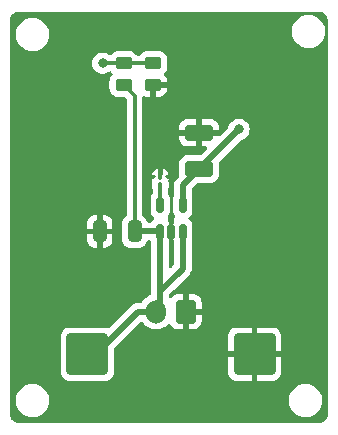
<source format=gbr>
%TF.GenerationSoftware,KiCad,Pcbnew,8.0.5*%
%TF.CreationDate,2024-10-16T14:13:12+03:00*%
%TF.ProjectId,H2Car_BatteryLevelndicator,48324361-725f-4426-9174-746572794c65,rev?*%
%TF.SameCoordinates,Original*%
%TF.FileFunction,Copper,L2,Bot*%
%TF.FilePolarity,Positive*%
%FSLAX46Y46*%
G04 Gerber Fmt 4.6, Leading zero omitted, Abs format (unit mm)*
G04 Created by KiCad (PCBNEW 8.0.5) date 2024-10-16 14:13:12*
%MOMM*%
%LPD*%
G01*
G04 APERTURE LIST*
G04 Aperture macros list*
%AMRoundRect*
0 Rectangle with rounded corners*
0 $1 Rounding radius*
0 $2 $3 $4 $5 $6 $7 $8 $9 X,Y pos of 4 corners*
0 Add a 4 corners polygon primitive as box body*
4,1,4,$2,$3,$4,$5,$6,$7,$8,$9,$2,$3,0*
0 Add four circle primitives for the rounded corners*
1,1,$1+$1,$2,$3*
1,1,$1+$1,$4,$5*
1,1,$1+$1,$6,$7*
1,1,$1+$1,$8,$9*
0 Add four rect primitives between the rounded corners*
20,1,$1+$1,$2,$3,$4,$5,0*
20,1,$1+$1,$4,$5,$6,$7,0*
20,1,$1+$1,$6,$7,$8,$9,0*
20,1,$1+$1,$8,$9,$2,$3,0*%
G04 Aperture macros list end*
%TA.AperFunction,ComponentPad*%
%ADD10RoundRect,0.250002X-1.499998X-1.499998X1.499998X-1.499998X1.499998X1.499998X-1.499998X1.499998X0*%
%TD*%
%TA.AperFunction,SMDPad,CuDef*%
%ADD11RoundRect,0.250000X0.325000X0.650000X-0.325000X0.650000X-0.325000X-0.650000X0.325000X-0.650000X0*%
%TD*%
%TA.AperFunction,SMDPad,CuDef*%
%ADD12RoundRect,0.150000X0.150000X-0.512500X0.150000X0.512500X-0.150000X0.512500X-0.150000X-0.512500X0*%
%TD*%
%TA.AperFunction,SMDPad,CuDef*%
%ADD13RoundRect,0.250000X0.925000X-0.412500X0.925000X0.412500X-0.925000X0.412500X-0.925000X-0.412500X0*%
%TD*%
%TA.AperFunction,SMDPad,CuDef*%
%ADD14RoundRect,0.250000X0.450000X-0.262500X0.450000X0.262500X-0.450000X0.262500X-0.450000X-0.262500X0*%
%TD*%
%TA.AperFunction,SMDPad,CuDef*%
%ADD15RoundRect,0.100000X0.100000X-0.130000X0.100000X0.130000X-0.100000X0.130000X-0.100000X-0.130000X0*%
%TD*%
%TA.AperFunction,ComponentPad*%
%ADD16RoundRect,0.250000X0.600000X0.750000X-0.600000X0.750000X-0.600000X-0.750000X0.600000X-0.750000X0*%
%TD*%
%TA.AperFunction,ComponentPad*%
%ADD17O,1.700000X2.000000*%
%TD*%
%TA.AperFunction,SMDPad,CuDef*%
%ADD18RoundRect,0.250000X-0.450000X0.262500X-0.450000X-0.262500X0.450000X-0.262500X0.450000X0.262500X0*%
%TD*%
%TA.AperFunction,ViaPad*%
%ADD19C,0.800000*%
%TD*%
%TA.AperFunction,Conductor*%
%ADD20C,0.500000*%
%TD*%
%TA.AperFunction,Conductor*%
%ADD21C,0.300000*%
%TD*%
G04 APERTURE END LIST*
D10*
%TO.P,J1,1,Pin_1*%
%TO.N,/+7.6VSupply*%
X80848200Y-95148400D03*
%TD*%
%TO.P,J3,1,Pin_1*%
%TO.N,GND*%
X94996000Y-95148400D03*
%TD*%
D11*
%TO.P,C1,1*%
%TO.N,/+7.6VSupply*%
X84839600Y-84759800D03*
%TO.P,C1,2*%
%TO.N,GND*%
X81889600Y-84759800D03*
%TD*%
D12*
%TO.P,U3,1,IN*%
%TO.N,/+7.6VSupply*%
X88910200Y-84785200D03*
%TO.P,U3,2,GND*%
%TO.N,GND*%
X87960200Y-84785200D03*
%TO.P,U3,3,EN*%
%TO.N,/+7.6VSupply*%
X87010200Y-84785200D03*
%TO.P,U3,4,BP*%
%TO.N,Net-(U3-BP)*%
X87010200Y-82510200D03*
%TO.P,U3,5,OUT*%
%TO.N,3.3Vcc*%
X88910200Y-82510200D03*
%TD*%
D13*
%TO.P,C3,1*%
%TO.N,3.3Vcc*%
X90297000Y-79476600D03*
%TO.P,C3,2*%
%TO.N,GND*%
X90297000Y-76401600D03*
%TD*%
D14*
%TO.P,R1,1*%
%TO.N,/+7.6VSupply*%
X83910800Y-72339200D03*
%TO.P,R1,2*%
%TO.N,/VBat*%
X83910800Y-70514200D03*
%TD*%
D15*
%TO.P,C2,1*%
%TO.N,Net-(U3-BP)*%
X87020400Y-80797800D03*
%TO.P,C2,2*%
%TO.N,GND*%
X87020400Y-80157800D03*
%TD*%
D16*
%TO.P,J2,1,Pin_1*%
%TO.N,GND*%
X89159400Y-91546000D03*
D17*
%TO.P,J2,2,Pin_2*%
%TO.N,/+7.6VSupply*%
X86659400Y-91546000D03*
%TD*%
D18*
%TO.P,R2,1*%
%TO.N,/VBat*%
X86410800Y-70514200D03*
%TO.P,R2,2*%
%TO.N,GND*%
X86410800Y-72339200D03*
%TD*%
D19*
%TO.N,GND*%
X93446600Y-73025000D03*
%TO.N,3.3Vcc*%
X93675200Y-76123800D03*
%TO.N,/VBat*%
X82143600Y-70510400D03*
%TD*%
D20*
%TO.N,3.3Vcc*%
X88910200Y-80863400D02*
X90297000Y-79476600D01*
X88910200Y-82510200D02*
X88910200Y-80863400D01*
X90322400Y-79476600D02*
X93675200Y-76123800D01*
X90297000Y-79476600D02*
X90322400Y-79476600D01*
D21*
%TO.N,Net-(U3-BP)*%
X87010200Y-82510200D02*
X87010200Y-80808000D01*
X87010200Y-80808000D02*
X87020400Y-80797800D01*
D20*
%TO.N,/+7.6VSupply*%
X85136400Y-91546000D02*
X86659400Y-91546000D01*
X81534000Y-95148400D02*
X85136400Y-91546000D01*
X88910200Y-84785200D02*
X88910200Y-87914400D01*
X86984800Y-84759800D02*
X87010200Y-84785200D01*
X80848200Y-95148400D02*
X81534000Y-95148400D01*
X87010200Y-89814400D02*
X87010200Y-91195200D01*
D21*
X84839600Y-84759800D02*
X84839600Y-73268000D01*
X84839600Y-73268000D02*
X83910800Y-72339200D01*
D20*
X84839600Y-84759800D02*
X86984800Y-84759800D01*
X87010200Y-91195200D02*
X86659400Y-91546000D01*
X88910200Y-87914400D02*
X87010200Y-89814400D01*
X87010200Y-84785200D02*
X87010200Y-89814400D01*
X87010200Y-91423800D02*
X86888000Y-91546000D01*
D21*
%TO.N,/VBat*%
X83910800Y-70514200D02*
X86410800Y-70514200D01*
X83910800Y-70514200D02*
X82147400Y-70514200D01*
X82147400Y-70514200D02*
X82143600Y-70510400D01*
%TD*%
%TA.AperFunction,Conductor*%
%TO.N,GND*%
G36*
X100373468Y-66150475D02*
G01*
X100382088Y-66150474D01*
X100382092Y-66150476D01*
X100441896Y-66150474D01*
X100454045Y-66151070D01*
X100585958Y-66164060D01*
X100609798Y-66168801D01*
X100730786Y-66205500D01*
X100753230Y-66214796D01*
X100864747Y-66274400D01*
X100884951Y-66287899D01*
X100970322Y-66357958D01*
X100982687Y-66368106D01*
X100999875Y-66385294D01*
X101080080Y-66483019D01*
X101093584Y-66503227D01*
X101102606Y-66520105D01*
X101153185Y-66614729D01*
X101162487Y-66637184D01*
X101172898Y-66671500D01*
X101196639Y-66749758D01*
X101199191Y-66758168D01*
X101203934Y-66782010D01*
X101205050Y-66793337D01*
X101216112Y-66905635D01*
X101216877Y-66913394D01*
X101217474Y-66925551D01*
X101217474Y-100120474D01*
X101217472Y-100120508D01*
X101217473Y-100187894D01*
X101216876Y-100200048D01*
X101203887Y-100331949D01*
X101199145Y-100355790D01*
X101162449Y-100476769D01*
X101153147Y-100499228D01*
X101093553Y-100610723D01*
X101080047Y-100630936D01*
X100999847Y-100728659D01*
X100982659Y-100745847D01*
X100884936Y-100826047D01*
X100864723Y-100839553D01*
X100753228Y-100899147D01*
X100730769Y-100908449D01*
X100609790Y-100945145D01*
X100585949Y-100949887D01*
X100454048Y-100962876D01*
X100441894Y-100963473D01*
X100390100Y-100963472D01*
X100382092Y-100963472D01*
X100382091Y-100963472D01*
X100373468Y-100963472D01*
X100373440Y-100963474D01*
X75054080Y-100963474D01*
X75041924Y-100962877D01*
X75006721Y-100959409D01*
X74910021Y-100949883D01*
X74886180Y-100945140D01*
X74765207Y-100908440D01*
X74742749Y-100899137D01*
X74631261Y-100839542D01*
X74611051Y-100826037D01*
X74513329Y-100745836D01*
X74496140Y-100728647D01*
X74415942Y-100630922D01*
X74402443Y-100610718D01*
X74342844Y-100499210D01*
X74333546Y-100476758D01*
X74296853Y-100355787D01*
X74292111Y-100331946D01*
X74279071Y-100199517D01*
X74278474Y-100187362D01*
X74278476Y-100128092D01*
X74278474Y-100128087D01*
X74278475Y-100120508D01*
X74278474Y-100120474D01*
X74278474Y-98949778D01*
X74799500Y-98949778D01*
X74799500Y-99170221D01*
X74833985Y-99387952D01*
X74902103Y-99597603D01*
X74902104Y-99597606D01*
X75002187Y-99794025D01*
X75131752Y-99972358D01*
X75131756Y-99972363D01*
X75287636Y-100128243D01*
X75287641Y-100128247D01*
X75385737Y-100199517D01*
X75465978Y-100257815D01*
X75594375Y-100323237D01*
X75662393Y-100357895D01*
X75662396Y-100357896D01*
X75767221Y-100391955D01*
X75872049Y-100426015D01*
X76089778Y-100460500D01*
X76089779Y-100460500D01*
X76310221Y-100460500D01*
X76310222Y-100460500D01*
X76527951Y-100426015D01*
X76737606Y-100357895D01*
X76934022Y-100257815D01*
X77112365Y-100128242D01*
X77268242Y-99972365D01*
X77397815Y-99794022D01*
X77497895Y-99597606D01*
X77566015Y-99387951D01*
X77600500Y-99170222D01*
X77600500Y-98949778D01*
X97913500Y-98949778D01*
X97913500Y-99170221D01*
X97947985Y-99387952D01*
X98016103Y-99597603D01*
X98016104Y-99597606D01*
X98116187Y-99794025D01*
X98245752Y-99972358D01*
X98245756Y-99972363D01*
X98401636Y-100128243D01*
X98401641Y-100128247D01*
X98499737Y-100199517D01*
X98579978Y-100257815D01*
X98708375Y-100323237D01*
X98776393Y-100357895D01*
X98776396Y-100357896D01*
X98881221Y-100391955D01*
X98986049Y-100426015D01*
X99203778Y-100460500D01*
X99203779Y-100460500D01*
X99424221Y-100460500D01*
X99424222Y-100460500D01*
X99641951Y-100426015D01*
X99851606Y-100357895D01*
X100048022Y-100257815D01*
X100226365Y-100128242D01*
X100382242Y-99972365D01*
X100511815Y-99794022D01*
X100611895Y-99597606D01*
X100680015Y-99387951D01*
X100714500Y-99170222D01*
X100714500Y-98949778D01*
X100680015Y-98732049D01*
X100611895Y-98522394D01*
X100611895Y-98522393D01*
X100577237Y-98454375D01*
X100511815Y-98325978D01*
X100495260Y-98303192D01*
X100382247Y-98147641D01*
X100382243Y-98147636D01*
X100226363Y-97991756D01*
X100226358Y-97991752D01*
X100048025Y-97862187D01*
X100048024Y-97862186D01*
X100048022Y-97862185D01*
X99985096Y-97830122D01*
X99851606Y-97762104D01*
X99851603Y-97762103D01*
X99641952Y-97693985D01*
X99533086Y-97676742D01*
X99424222Y-97659500D01*
X99203778Y-97659500D01*
X99131201Y-97670995D01*
X98986047Y-97693985D01*
X98776396Y-97762103D01*
X98776393Y-97762104D01*
X98579974Y-97862187D01*
X98401641Y-97991752D01*
X98401636Y-97991756D01*
X98245756Y-98147636D01*
X98245752Y-98147641D01*
X98116187Y-98325974D01*
X98016104Y-98522393D01*
X98016103Y-98522396D01*
X97947985Y-98732047D01*
X97913500Y-98949778D01*
X77600500Y-98949778D01*
X77566015Y-98732049D01*
X77497895Y-98522394D01*
X77497895Y-98522393D01*
X77463237Y-98454375D01*
X77397815Y-98325978D01*
X77381260Y-98303192D01*
X77268247Y-98147641D01*
X77268243Y-98147636D01*
X77112363Y-97991756D01*
X77112358Y-97991752D01*
X76934025Y-97862187D01*
X76934024Y-97862186D01*
X76934022Y-97862185D01*
X76871096Y-97830122D01*
X76737606Y-97762104D01*
X76737603Y-97762103D01*
X76527952Y-97693985D01*
X76419086Y-97676742D01*
X76310222Y-97659500D01*
X76089778Y-97659500D01*
X76017201Y-97670995D01*
X75872047Y-97693985D01*
X75662396Y-97762103D01*
X75662393Y-97762104D01*
X75465974Y-97862187D01*
X75287641Y-97991752D01*
X75287636Y-97991756D01*
X75131756Y-98147636D01*
X75131752Y-98147641D01*
X75002187Y-98325974D01*
X74902104Y-98522393D01*
X74902103Y-98522396D01*
X74833985Y-98732047D01*
X74799500Y-98949778D01*
X74278474Y-98949778D01*
X74278474Y-93598385D01*
X78597700Y-93598385D01*
X78597700Y-96698399D01*
X78597701Y-96698416D01*
X78608200Y-96801195D01*
X78608201Y-96801198D01*
X78663314Y-96967517D01*
X78663386Y-96967733D01*
X78755489Y-97117055D01*
X78879545Y-97241111D01*
X79028867Y-97333214D01*
X79195404Y-97388399D01*
X79298193Y-97398900D01*
X82398206Y-97398899D01*
X82500996Y-97388399D01*
X82667533Y-97333214D01*
X82816855Y-97241111D01*
X82940911Y-97117055D01*
X83033014Y-96967733D01*
X83088199Y-96801196D01*
X83098700Y-96698407D01*
X83098699Y-94696428D01*
X83118384Y-94629390D01*
X83135013Y-94608753D01*
X84145351Y-93598415D01*
X92746000Y-93598415D01*
X92746000Y-94898400D01*
X94260700Y-94898400D01*
X94250783Y-94922341D01*
X94221000Y-95072069D01*
X94221000Y-95224731D01*
X94250783Y-95374459D01*
X94260700Y-95398400D01*
X92746001Y-95398400D01*
X92746001Y-96698384D01*
X92756494Y-96801095D01*
X92811641Y-96967517D01*
X92811643Y-96967522D01*
X92903684Y-97116744D01*
X93027655Y-97240715D01*
X93176877Y-97332756D01*
X93176882Y-97332758D01*
X93343304Y-97387905D01*
X93343311Y-97387906D01*
X93446021Y-97398399D01*
X94745999Y-97398399D01*
X94746000Y-97398398D01*
X94746000Y-95883700D01*
X94769941Y-95893617D01*
X94919669Y-95923400D01*
X95072331Y-95923400D01*
X95222059Y-95893617D01*
X95246000Y-95883700D01*
X95246000Y-97398399D01*
X96545970Y-97398399D01*
X96545984Y-97398398D01*
X96648695Y-97387905D01*
X96815117Y-97332758D01*
X96815122Y-97332756D01*
X96964344Y-97240715D01*
X97088315Y-97116744D01*
X97180356Y-96967522D01*
X97180358Y-96967517D01*
X97235505Y-96801095D01*
X97235506Y-96801088D01*
X97245999Y-96698384D01*
X97246000Y-96698371D01*
X97246000Y-95398400D01*
X95731300Y-95398400D01*
X95741217Y-95374459D01*
X95771000Y-95224731D01*
X95771000Y-95072069D01*
X95741217Y-94922341D01*
X95731300Y-94898400D01*
X97245999Y-94898400D01*
X97245999Y-93598430D01*
X97245998Y-93598415D01*
X97235505Y-93495704D01*
X97180358Y-93329282D01*
X97180356Y-93329277D01*
X97088315Y-93180055D01*
X96964344Y-93056084D01*
X96815122Y-92964043D01*
X96815117Y-92964041D01*
X96648695Y-92908894D01*
X96648688Y-92908893D01*
X96545984Y-92898400D01*
X95246000Y-92898400D01*
X95246000Y-94413099D01*
X95222059Y-94403183D01*
X95072331Y-94373400D01*
X94919669Y-94373400D01*
X94769941Y-94403183D01*
X94746000Y-94413099D01*
X94746000Y-92898400D01*
X93446030Y-92898400D01*
X93446014Y-92898401D01*
X93343304Y-92908894D01*
X93176882Y-92964041D01*
X93176877Y-92964043D01*
X93027655Y-93056084D01*
X92903684Y-93180055D01*
X92811643Y-93329277D01*
X92811641Y-93329282D01*
X92756494Y-93495704D01*
X92756493Y-93495711D01*
X92746000Y-93598415D01*
X84145351Y-93598415D01*
X85332509Y-92411258D01*
X85393830Y-92377775D01*
X85463522Y-92382759D01*
X85519455Y-92424631D01*
X85520506Y-92426056D01*
X85629290Y-92575785D01*
X85629294Y-92575790D01*
X85779613Y-92726109D01*
X85951579Y-92851048D01*
X85951581Y-92851049D01*
X85951584Y-92851051D01*
X86140988Y-92947557D01*
X86343157Y-93013246D01*
X86553113Y-93046500D01*
X86553114Y-93046500D01*
X86765686Y-93046500D01*
X86765687Y-93046500D01*
X86975643Y-93013246D01*
X87177812Y-92947557D01*
X87367216Y-92851051D01*
X87424541Y-92809402D01*
X87539184Y-92726110D01*
X87539184Y-92726109D01*
X87539192Y-92726104D01*
X87678367Y-92586928D01*
X87739686Y-92553446D01*
X87809378Y-92558430D01*
X87865312Y-92600301D01*
X87871584Y-92609515D01*
X87967084Y-92764345D01*
X88091054Y-92888315D01*
X88240275Y-92980356D01*
X88240280Y-92980358D01*
X88406702Y-93035505D01*
X88406709Y-93035506D01*
X88509419Y-93045999D01*
X88909399Y-93045999D01*
X88909400Y-93045998D01*
X88909400Y-91979012D01*
X88966407Y-92011925D01*
X89093574Y-92046000D01*
X89225226Y-92046000D01*
X89352393Y-92011925D01*
X89409400Y-91979012D01*
X89409400Y-93045999D01*
X89809372Y-93045999D01*
X89809386Y-93045998D01*
X89912097Y-93035505D01*
X90078519Y-92980358D01*
X90078524Y-92980356D01*
X90227745Y-92888315D01*
X90351715Y-92764345D01*
X90443756Y-92615124D01*
X90443758Y-92615119D01*
X90498905Y-92448697D01*
X90498906Y-92448690D01*
X90509399Y-92345986D01*
X90509400Y-92345973D01*
X90509400Y-91796000D01*
X89592412Y-91796000D01*
X89625325Y-91738993D01*
X89659400Y-91611826D01*
X89659400Y-91480174D01*
X89625325Y-91353007D01*
X89592412Y-91296000D01*
X90509399Y-91296000D01*
X90509399Y-90746028D01*
X90509398Y-90746013D01*
X90498905Y-90643302D01*
X90443758Y-90476880D01*
X90443756Y-90476875D01*
X90351715Y-90327654D01*
X90227745Y-90203684D01*
X90078524Y-90111643D01*
X90078519Y-90111641D01*
X89912097Y-90056494D01*
X89912090Y-90056493D01*
X89809386Y-90046000D01*
X89409400Y-90046000D01*
X89409400Y-91112988D01*
X89352393Y-91080075D01*
X89225226Y-91046000D01*
X89093574Y-91046000D01*
X88966407Y-91080075D01*
X88909400Y-91112988D01*
X88909400Y-90046000D01*
X88509428Y-90046000D01*
X88509412Y-90046001D01*
X88406702Y-90056494D01*
X88240280Y-90111641D01*
X88240275Y-90111643D01*
X88091054Y-90203684D01*
X87972381Y-90322358D01*
X87911058Y-90355843D01*
X87841366Y-90350859D01*
X87785433Y-90308987D01*
X87761016Y-90243523D01*
X87760700Y-90234677D01*
X87760700Y-90176630D01*
X87780385Y-90109591D01*
X87797019Y-90088949D01*
X88145486Y-89740482D01*
X89493152Y-88392816D01*
X89542386Y-88319129D01*
X89575284Y-88269895D01*
X89631858Y-88133313D01*
X89660700Y-87988318D01*
X89660700Y-85580028D01*
X89665624Y-85545433D01*
X89707797Y-85400273D01*
X89707798Y-85400267D01*
X89710699Y-85363401D01*
X89710700Y-85363394D01*
X89710700Y-84207006D01*
X89707798Y-84170131D01*
X89661944Y-84012302D01*
X89578281Y-83870835D01*
X89578279Y-83870833D01*
X89578276Y-83870829D01*
X89462070Y-83754623D01*
X89462067Y-83754621D01*
X89462065Y-83754619D01*
X89461749Y-83754432D01*
X89461553Y-83754222D01*
X89455902Y-83749839D01*
X89456609Y-83748927D01*
X89414066Y-83703364D01*
X89401562Y-83634623D01*
X89428206Y-83570033D01*
X89456121Y-83545844D01*
X89455902Y-83545561D01*
X89461111Y-83541520D01*
X89461750Y-83540967D01*
X89462065Y-83540781D01*
X89578281Y-83424565D01*
X89661944Y-83283098D01*
X89707798Y-83125269D01*
X89710700Y-83088394D01*
X89710700Y-81932006D01*
X89707798Y-81895131D01*
X89707797Y-81895126D01*
X89665624Y-81749965D01*
X89660700Y-81715370D01*
X89660700Y-81225628D01*
X89680385Y-81158589D01*
X89697015Y-81137951D01*
X90159048Y-80675917D01*
X90220371Y-80642433D01*
X90246729Y-80639599D01*
X91272002Y-80639599D01*
X91272008Y-80639599D01*
X91374797Y-80629099D01*
X91541334Y-80573914D01*
X91690656Y-80481812D01*
X91814712Y-80357756D01*
X91906814Y-80208434D01*
X91961999Y-80041897D01*
X91972500Y-79939109D01*
X91972499Y-79014092D01*
X91966788Y-78958182D01*
X91979558Y-78889489D01*
X92002462Y-78857903D01*
X93827970Y-77032395D01*
X93889291Y-76998912D01*
X93889627Y-76998839D01*
X93955003Y-76984944D01*
X94127930Y-76907951D01*
X94281071Y-76796688D01*
X94407733Y-76656016D01*
X94502379Y-76492084D01*
X94560874Y-76312056D01*
X94580660Y-76123800D01*
X94560874Y-75935544D01*
X94502379Y-75755516D01*
X94407733Y-75591584D01*
X94281071Y-75450912D01*
X94281070Y-75450911D01*
X94127934Y-75339651D01*
X94127929Y-75339648D01*
X93955007Y-75262657D01*
X93955002Y-75262655D01*
X93809201Y-75231665D01*
X93769846Y-75223300D01*
X93580554Y-75223300D01*
X93548097Y-75230198D01*
X93395397Y-75262655D01*
X93395392Y-75262657D01*
X93222470Y-75339648D01*
X93222465Y-75339651D01*
X93069329Y-75450911D01*
X92942666Y-75591585D01*
X92848021Y-75755515D01*
X92848019Y-75755519D01*
X92792678Y-75925841D01*
X92762428Y-75975203D01*
X92116696Y-76620933D01*
X92055373Y-76654418D01*
X92015968Y-76651600D01*
X90547000Y-76651600D01*
X90547000Y-77564099D01*
X90874170Y-77564099D01*
X90941209Y-77583784D01*
X90986964Y-77636588D01*
X90996908Y-77705746D01*
X90967883Y-77769302D01*
X90961851Y-77775780D01*
X90460349Y-78277281D01*
X90399026Y-78310766D01*
X90372668Y-78313600D01*
X89321998Y-78313600D01*
X89321980Y-78313601D01*
X89219203Y-78324100D01*
X89219200Y-78324101D01*
X89052668Y-78379285D01*
X89052663Y-78379287D01*
X88903342Y-78471389D01*
X88779289Y-78595442D01*
X88687187Y-78744763D01*
X88687186Y-78744766D01*
X88632001Y-78911303D01*
X88632001Y-78911304D01*
X88632000Y-78911304D01*
X88621500Y-79014083D01*
X88621500Y-79939101D01*
X88621501Y-79939119D01*
X88629566Y-80018060D01*
X88616796Y-80086752D01*
X88593889Y-80118342D01*
X88327250Y-80384980D01*
X88327244Y-80384988D01*
X88278012Y-80458668D01*
X88278013Y-80458669D01*
X88245121Y-80507896D01*
X88245114Y-80507908D01*
X88188542Y-80644486D01*
X88188540Y-80644492D01*
X88159700Y-80789479D01*
X88159700Y-81715370D01*
X88154776Y-81749965D01*
X88112602Y-81895126D01*
X88112601Y-81895132D01*
X88109700Y-81931998D01*
X88109700Y-83088401D01*
X88112601Y-83125267D01*
X88112602Y-83125273D01*
X88158454Y-83283093D01*
X88158455Y-83283096D01*
X88242117Y-83424562D01*
X88246902Y-83430731D01*
X88245218Y-83432036D01*
X88273446Y-83483731D01*
X88268462Y-83553423D01*
X88236434Y-83601161D01*
X88210200Y-83625402D01*
X88210200Y-83890884D01*
X88192933Y-83954004D01*
X88158454Y-84012305D01*
X88158454Y-84012306D01*
X88112602Y-84170126D01*
X88112601Y-84170132D01*
X88109700Y-84206998D01*
X88109700Y-85363401D01*
X88112601Y-85400267D01*
X88112602Y-85400273D01*
X88154776Y-85545433D01*
X88159700Y-85580028D01*
X88159700Y-87552170D01*
X88140015Y-87619209D01*
X88123381Y-87639851D01*
X87972381Y-87790851D01*
X87911058Y-87824336D01*
X87841366Y-87819352D01*
X87785433Y-87777480D01*
X87761016Y-87712016D01*
X87760700Y-87703170D01*
X87760700Y-85580028D01*
X87765624Y-85545433D01*
X87807797Y-85400273D01*
X87807798Y-85400267D01*
X87810699Y-85363401D01*
X87810700Y-85363394D01*
X87810700Y-84207006D01*
X87807798Y-84170131D01*
X87761944Y-84012302D01*
X87729241Y-83957004D01*
X87727467Y-83954004D01*
X87710200Y-83890884D01*
X87710200Y-83625402D01*
X87683965Y-83601161D01*
X87648087Y-83541207D01*
X87650318Y-83471373D01*
X87674733Y-83431688D01*
X87673498Y-83430731D01*
X87678275Y-83424570D01*
X87678281Y-83424565D01*
X87761944Y-83283098D01*
X87807798Y-83125269D01*
X87810700Y-83088394D01*
X87810700Y-81932006D01*
X87807798Y-81895131D01*
X87761944Y-81737302D01*
X87678281Y-81595835D01*
X87677968Y-81595305D01*
X87660700Y-81532184D01*
X87660700Y-81217248D01*
X87670139Y-81169795D01*
X87690539Y-81120545D01*
X87705444Y-81084562D01*
X87720900Y-80967161D01*
X87720899Y-80628440D01*
X87720899Y-80628438D01*
X87720899Y-80628436D01*
X87705446Y-80511049D01*
X87705444Y-80511044D01*
X87705444Y-80511038D01*
X87705441Y-80511031D01*
X87704877Y-80508925D01*
X87704877Y-80506724D01*
X87704384Y-80502979D01*
X87704877Y-80502914D01*
X87704877Y-80452617D01*
X87703895Y-80452488D01*
X87704877Y-80445029D01*
X87704877Y-80444723D01*
X87704956Y-80444427D01*
X87716361Y-80357800D01*
X87700593Y-80357800D01*
X87633554Y-80338115D01*
X87602217Y-80309287D01*
X87548682Y-80239518D01*
X87471343Y-80180174D01*
X87430143Y-80123748D01*
X87425988Y-80054002D01*
X87460201Y-79993081D01*
X87521918Y-79960329D01*
X87546832Y-79957800D01*
X87716359Y-79957800D01*
X87716360Y-79957798D01*
X87704957Y-79871172D01*
X87704955Y-79871166D01*
X87644500Y-79725214D01*
X87548324Y-79599875D01*
X87422986Y-79503699D01*
X87277031Y-79443244D01*
X87220400Y-79435787D01*
X87220400Y-79943300D01*
X87200715Y-80010339D01*
X87147911Y-80056094D01*
X87096400Y-80067300D01*
X86944400Y-80067300D01*
X86877361Y-80047615D01*
X86831606Y-79994811D01*
X86820400Y-79943300D01*
X86820400Y-79435787D01*
X86763768Y-79443244D01*
X86617813Y-79503699D01*
X86492475Y-79599875D01*
X86396299Y-79725213D01*
X86335845Y-79871165D01*
X86335844Y-79871169D01*
X86324438Y-79957800D01*
X86493968Y-79957800D01*
X86561007Y-79977485D01*
X86606762Y-80030289D01*
X86616706Y-80099447D01*
X86587681Y-80163003D01*
X86569458Y-80180172D01*
X86532628Y-80208434D01*
X86492118Y-80239518D01*
X86438583Y-80309287D01*
X86382155Y-80350489D01*
X86340207Y-80357800D01*
X86324441Y-80357800D01*
X86324439Y-80357801D01*
X86335842Y-80444428D01*
X86335925Y-80444735D01*
X86335925Y-80445051D01*
X86336904Y-80452489D01*
X86335925Y-80452617D01*
X86335926Y-80502916D01*
X86336417Y-80502981D01*
X86335926Y-80506703D01*
X86335927Y-80508906D01*
X86335356Y-80511035D01*
X86319900Y-80628438D01*
X86319900Y-80967163D01*
X86335353Y-81084553D01*
X86335356Y-81084562D01*
X86350261Y-81120545D01*
X86359700Y-81167998D01*
X86359700Y-81532184D01*
X86342432Y-81595305D01*
X86258455Y-81737303D01*
X86258454Y-81737306D01*
X86212602Y-81895126D01*
X86212601Y-81895132D01*
X86209700Y-81931998D01*
X86209700Y-83088401D01*
X86212601Y-83125267D01*
X86212602Y-83125273D01*
X86258454Y-83283093D01*
X86258455Y-83283096D01*
X86342117Y-83424562D01*
X86342123Y-83424570D01*
X86458329Y-83540776D01*
X86458340Y-83540785D01*
X86458655Y-83540971D01*
X86458850Y-83541180D01*
X86464498Y-83545561D01*
X86463791Y-83546472D01*
X86506336Y-83592043D01*
X86518837Y-83660785D01*
X86492188Y-83725373D01*
X86464278Y-83749556D01*
X86464498Y-83749839D01*
X86459292Y-83753876D01*
X86458655Y-83754429D01*
X86458340Y-83754614D01*
X86458329Y-83754623D01*
X86342123Y-83870829D01*
X86342117Y-83870837D01*
X86296235Y-83948421D01*
X86245166Y-83996104D01*
X86189503Y-84009300D01*
X86011470Y-84009300D01*
X85944431Y-83989615D01*
X85898676Y-83936811D01*
X85893764Y-83924305D01*
X85876046Y-83870837D01*
X85849414Y-83790466D01*
X85757312Y-83641144D01*
X85633256Y-83517088D01*
X85633252Y-83517085D01*
X85549003Y-83465119D01*
X85502278Y-83413171D01*
X85490100Y-83359581D01*
X85490100Y-76864086D01*
X88622001Y-76864086D01*
X88632494Y-76966797D01*
X88687641Y-77133219D01*
X88687643Y-77133224D01*
X88779684Y-77282445D01*
X88903654Y-77406415D01*
X89052875Y-77498456D01*
X89052880Y-77498458D01*
X89219302Y-77553605D01*
X89219309Y-77553606D01*
X89322019Y-77564099D01*
X90046999Y-77564099D01*
X90047000Y-77564098D01*
X90047000Y-76651600D01*
X88622001Y-76651600D01*
X88622001Y-76864086D01*
X85490100Y-76864086D01*
X85490100Y-75939113D01*
X88622000Y-75939113D01*
X88622000Y-76151600D01*
X90047000Y-76151600D01*
X90547000Y-76151600D01*
X91971999Y-76151600D01*
X91971999Y-75939128D01*
X91971998Y-75939113D01*
X91961505Y-75836402D01*
X91906358Y-75669980D01*
X91906356Y-75669975D01*
X91814315Y-75520754D01*
X91690345Y-75396784D01*
X91541124Y-75304743D01*
X91541119Y-75304741D01*
X91374697Y-75249594D01*
X91374690Y-75249593D01*
X91271986Y-75239100D01*
X90547000Y-75239100D01*
X90547000Y-76151600D01*
X90047000Y-76151600D01*
X90047000Y-75239100D01*
X89322028Y-75239100D01*
X89322012Y-75239101D01*
X89219302Y-75249594D01*
X89052880Y-75304741D01*
X89052875Y-75304743D01*
X88903654Y-75396784D01*
X88779684Y-75520754D01*
X88687643Y-75669975D01*
X88687641Y-75669980D01*
X88632494Y-75836402D01*
X88632493Y-75836409D01*
X88622000Y-75939113D01*
X85490100Y-75939113D01*
X85490100Y-73407549D01*
X85509785Y-73340510D01*
X85562589Y-73294755D01*
X85631747Y-73284811D01*
X85653104Y-73289843D01*
X85808102Y-73341205D01*
X85808109Y-73341206D01*
X85910819Y-73351699D01*
X86160799Y-73351699D01*
X86660800Y-73351699D01*
X86910772Y-73351699D01*
X86910786Y-73351698D01*
X87013497Y-73341205D01*
X87179919Y-73286058D01*
X87179924Y-73286056D01*
X87329145Y-73194015D01*
X87453115Y-73070045D01*
X87545156Y-72920824D01*
X87545158Y-72920819D01*
X87600305Y-72754397D01*
X87600306Y-72754390D01*
X87610799Y-72651686D01*
X87610800Y-72651673D01*
X87610800Y-72589200D01*
X86660800Y-72589200D01*
X86660800Y-73351699D01*
X86160799Y-73351699D01*
X86160800Y-73351698D01*
X86160800Y-72213200D01*
X86180485Y-72146161D01*
X86233289Y-72100406D01*
X86284800Y-72089200D01*
X87610799Y-72089200D01*
X87610799Y-72026728D01*
X87610798Y-72026713D01*
X87600305Y-71924002D01*
X87545158Y-71757580D01*
X87545156Y-71757575D01*
X87453115Y-71608354D01*
X87359495Y-71514734D01*
X87326010Y-71453411D01*
X87330994Y-71383719D01*
X87359491Y-71339376D01*
X87453512Y-71245356D01*
X87545614Y-71096034D01*
X87600799Y-70929497D01*
X87611300Y-70826709D01*
X87611299Y-70201692D01*
X87600799Y-70098903D01*
X87545614Y-69932366D01*
X87453512Y-69783044D01*
X87329456Y-69658988D01*
X87180134Y-69566886D01*
X87013597Y-69511701D01*
X87013595Y-69511700D01*
X86910810Y-69501200D01*
X85910798Y-69501200D01*
X85910780Y-69501201D01*
X85808003Y-69511700D01*
X85808000Y-69511701D01*
X85641468Y-69566885D01*
X85641463Y-69566887D01*
X85492142Y-69658989D01*
X85368088Y-69783043D01*
X85368085Y-69783047D01*
X85354670Y-69804797D01*
X85302722Y-69851522D01*
X85249132Y-69863700D01*
X85072468Y-69863700D01*
X85005429Y-69844015D01*
X84966930Y-69804797D01*
X84953514Y-69783047D01*
X84953511Y-69783043D01*
X84829457Y-69658989D01*
X84829456Y-69658988D01*
X84680134Y-69566886D01*
X84513597Y-69511701D01*
X84513595Y-69511700D01*
X84410810Y-69501200D01*
X83410798Y-69501200D01*
X83410780Y-69501201D01*
X83308003Y-69511700D01*
X83308000Y-69511701D01*
X83141468Y-69566885D01*
X83141463Y-69566887D01*
X82992142Y-69658989D01*
X82862981Y-69788151D01*
X82861069Y-69786239D01*
X82814229Y-69819382D01*
X82744428Y-69822496D01*
X82701141Y-69802398D01*
X82596334Y-69726251D01*
X82596329Y-69726248D01*
X82423407Y-69649257D01*
X82423402Y-69649255D01*
X82277601Y-69618265D01*
X82238246Y-69609900D01*
X82048954Y-69609900D01*
X82016497Y-69616798D01*
X81863797Y-69649255D01*
X81863792Y-69649257D01*
X81690870Y-69726248D01*
X81690865Y-69726251D01*
X81537729Y-69837511D01*
X81411066Y-69978185D01*
X81316421Y-70142115D01*
X81316418Y-70142122D01*
X81257927Y-70322140D01*
X81257926Y-70322144D01*
X81238140Y-70510400D01*
X81257926Y-70698656D01*
X81257927Y-70698659D01*
X81316418Y-70878677D01*
X81316421Y-70878684D01*
X81411067Y-71042616D01*
X81459165Y-71096034D01*
X81537729Y-71183288D01*
X81690865Y-71294548D01*
X81690870Y-71294551D01*
X81863792Y-71371542D01*
X81863797Y-71371544D01*
X82048954Y-71410900D01*
X82048955Y-71410900D01*
X82238244Y-71410900D01*
X82238246Y-71410900D01*
X82423403Y-71371544D01*
X82596330Y-71294551D01*
X82697327Y-71221172D01*
X82763129Y-71197694D01*
X82831183Y-71213519D01*
X82862719Y-71240510D01*
X82862981Y-71240249D01*
X82866342Y-71243610D01*
X82867473Y-71244578D01*
X82868089Y-71245357D01*
X82961751Y-71339019D01*
X82995236Y-71400342D01*
X82990252Y-71470034D01*
X82961751Y-71514381D01*
X82868089Y-71608042D01*
X82775987Y-71757363D01*
X82775985Y-71757368D01*
X82775915Y-71757580D01*
X82720801Y-71923903D01*
X82720801Y-71923904D01*
X82720800Y-71923904D01*
X82710300Y-72026683D01*
X82710300Y-72651701D01*
X82710301Y-72651719D01*
X82720800Y-72754496D01*
X82720801Y-72754499D01*
X82775985Y-72921031D01*
X82775987Y-72921036D01*
X82810869Y-72977588D01*
X82868088Y-73070356D01*
X82992144Y-73194412D01*
X83141466Y-73286514D01*
X83308003Y-73341699D01*
X83410791Y-73352200D01*
X83952491Y-73352199D01*
X84019530Y-73371883D01*
X84040172Y-73388518D01*
X84152781Y-73501127D01*
X84186266Y-73562450D01*
X84189100Y-73588808D01*
X84189100Y-83359581D01*
X84169415Y-83426620D01*
X84130197Y-83465119D01*
X84045947Y-83517085D01*
X84045943Y-83517088D01*
X83921889Y-83641142D01*
X83829787Y-83790463D01*
X83829785Y-83790468D01*
X83829715Y-83790680D01*
X83774601Y-83957003D01*
X83774601Y-83957004D01*
X83774600Y-83957004D01*
X83764100Y-84059783D01*
X83764100Y-85459801D01*
X83764101Y-85459818D01*
X83774600Y-85562596D01*
X83774601Y-85562599D01*
X83785436Y-85595296D01*
X83829786Y-85729134D01*
X83921888Y-85878456D01*
X84045944Y-86002512D01*
X84195266Y-86094614D01*
X84361803Y-86149799D01*
X84464591Y-86160300D01*
X85214608Y-86160299D01*
X85214616Y-86160298D01*
X85214619Y-86160298D01*
X85270902Y-86154548D01*
X85317397Y-86149799D01*
X85483934Y-86094614D01*
X85633256Y-86002512D01*
X85757312Y-85878456D01*
X85849414Y-85729134D01*
X85893764Y-85595294D01*
X85933536Y-85537851D01*
X85998051Y-85511028D01*
X86011469Y-85510300D01*
X86135700Y-85510300D01*
X86202739Y-85529985D01*
X86248494Y-85582789D01*
X86259700Y-85634300D01*
X86259700Y-90015779D01*
X86240015Y-90082818D01*
X86187211Y-90128573D01*
X86174022Y-90133709D01*
X86140984Y-90144444D01*
X85951579Y-90240951D01*
X85779613Y-90365890D01*
X85629290Y-90516213D01*
X85504348Y-90688184D01*
X85504347Y-90688185D01*
X85484165Y-90727795D01*
X85436191Y-90778591D01*
X85373681Y-90795500D01*
X85062480Y-90795500D01*
X84917492Y-90824340D01*
X84917482Y-90824343D01*
X84780909Y-90880913D01*
X84780907Y-90880914D01*
X84740045Y-90908218D01*
X84740043Y-90908219D01*
X84657989Y-90963043D01*
X84657984Y-90963047D01*
X82714038Y-92906992D01*
X82652715Y-92940477D01*
X82587354Y-92937017D01*
X82500999Y-92908402D01*
X82500996Y-92908401D01*
X82500991Y-92908400D01*
X82500989Y-92908400D01*
X82398208Y-92897900D01*
X79298200Y-92897900D01*
X79298183Y-92897901D01*
X79195404Y-92908400D01*
X79195401Y-92908401D01*
X79028869Y-92963585D01*
X79028864Y-92963587D01*
X78879543Y-93055690D01*
X78755490Y-93179743D01*
X78663387Y-93329064D01*
X78663385Y-93329069D01*
X78635549Y-93413071D01*
X78608201Y-93495604D01*
X78608201Y-93495605D01*
X78608200Y-93495605D01*
X78597700Y-93598385D01*
X74278474Y-93598385D01*
X74278474Y-85459786D01*
X80814601Y-85459786D01*
X80825094Y-85562497D01*
X80880241Y-85728919D01*
X80880243Y-85728924D01*
X80972284Y-85878145D01*
X81096254Y-86002115D01*
X81245475Y-86094156D01*
X81245480Y-86094158D01*
X81411902Y-86149305D01*
X81411909Y-86149306D01*
X81514619Y-86159799D01*
X81639599Y-86159799D01*
X82139600Y-86159799D01*
X82264572Y-86159799D01*
X82264586Y-86159798D01*
X82367297Y-86149305D01*
X82533719Y-86094158D01*
X82533724Y-86094156D01*
X82682945Y-86002115D01*
X82806915Y-85878145D01*
X82898956Y-85728924D01*
X82898958Y-85728919D01*
X82954105Y-85562497D01*
X82954106Y-85562490D01*
X82964599Y-85459786D01*
X82964600Y-85459773D01*
X82964600Y-85009800D01*
X82139600Y-85009800D01*
X82139600Y-86159799D01*
X81639599Y-86159799D01*
X81639600Y-86159798D01*
X81639600Y-85009800D01*
X80814601Y-85009800D01*
X80814601Y-85459786D01*
X74278474Y-85459786D01*
X74278474Y-84059813D01*
X80814600Y-84059813D01*
X80814600Y-84509800D01*
X81639600Y-84509800D01*
X82139600Y-84509800D01*
X82964599Y-84509800D01*
X82964599Y-84059828D01*
X82964598Y-84059813D01*
X82954105Y-83957102D01*
X82898958Y-83790680D01*
X82898956Y-83790675D01*
X82806915Y-83641454D01*
X82682945Y-83517484D01*
X82533724Y-83425443D01*
X82533719Y-83425441D01*
X82367297Y-83370294D01*
X82367290Y-83370293D01*
X82264586Y-83359800D01*
X82139600Y-83359800D01*
X82139600Y-84509800D01*
X81639600Y-84509800D01*
X81639600Y-83359800D01*
X81514627Y-83359800D01*
X81514612Y-83359801D01*
X81411902Y-83370294D01*
X81245480Y-83425441D01*
X81245475Y-83425443D01*
X81096254Y-83517484D01*
X80972284Y-83641454D01*
X80880243Y-83790675D01*
X80880241Y-83790680D01*
X80825094Y-83957102D01*
X80825093Y-83957109D01*
X80814600Y-84059813D01*
X74278474Y-84059813D01*
X74278474Y-67961778D01*
X74799500Y-67961778D01*
X74799500Y-68182221D01*
X74833985Y-68399952D01*
X74902103Y-68609603D01*
X74902104Y-68609606D01*
X75002187Y-68806025D01*
X75131752Y-68984358D01*
X75131756Y-68984363D01*
X75287636Y-69140243D01*
X75287641Y-69140247D01*
X75443192Y-69253260D01*
X75465978Y-69269815D01*
X75594375Y-69335237D01*
X75662393Y-69369895D01*
X75662396Y-69369896D01*
X75767221Y-69403955D01*
X75872049Y-69438015D01*
X76089778Y-69472500D01*
X76089779Y-69472500D01*
X76310221Y-69472500D01*
X76310222Y-69472500D01*
X76527951Y-69438015D01*
X76737606Y-69369895D01*
X76934022Y-69269815D01*
X77112365Y-69140242D01*
X77268242Y-68984365D01*
X77397815Y-68806022D01*
X77497895Y-68609606D01*
X77566015Y-68399951D01*
X77600500Y-68182222D01*
X77600500Y-67961778D01*
X77566015Y-67744049D01*
X77554230Y-67707778D01*
X98167500Y-67707778D01*
X98167500Y-67928221D01*
X98201985Y-68145952D01*
X98270103Y-68355603D01*
X98270104Y-68355606D01*
X98370187Y-68552025D01*
X98499752Y-68730358D01*
X98499756Y-68730363D01*
X98655636Y-68886243D01*
X98655641Y-68886247D01*
X98811192Y-68999260D01*
X98833978Y-69015815D01*
X98962375Y-69081237D01*
X99030393Y-69115895D01*
X99030396Y-69115896D01*
X99105343Y-69140247D01*
X99240049Y-69184015D01*
X99457778Y-69218500D01*
X99457779Y-69218500D01*
X99678221Y-69218500D01*
X99678222Y-69218500D01*
X99895951Y-69184015D01*
X100105606Y-69115895D01*
X100302022Y-69015815D01*
X100480365Y-68886242D01*
X100636242Y-68730365D01*
X100765815Y-68552022D01*
X100865895Y-68355606D01*
X100934015Y-68145951D01*
X100968500Y-67928222D01*
X100968500Y-67707778D01*
X100934015Y-67490049D01*
X100865895Y-67280394D01*
X100865895Y-67280393D01*
X100831237Y-67212375D01*
X100765815Y-67083978D01*
X100694526Y-66985856D01*
X100636247Y-66905641D01*
X100636243Y-66905636D01*
X100480363Y-66749756D01*
X100480358Y-66749752D01*
X100302025Y-66620187D01*
X100302024Y-66620186D01*
X100302022Y-66620185D01*
X100239096Y-66588122D01*
X100105606Y-66520104D01*
X100105603Y-66520103D01*
X99895952Y-66451985D01*
X99787086Y-66434742D01*
X99678222Y-66417500D01*
X99457778Y-66417500D01*
X99385201Y-66428995D01*
X99240047Y-66451985D01*
X99030396Y-66520103D01*
X99030393Y-66520104D01*
X98833974Y-66620187D01*
X98655641Y-66749752D01*
X98655636Y-66749756D01*
X98499756Y-66905636D01*
X98499752Y-66905641D01*
X98370187Y-67083974D01*
X98270104Y-67280393D01*
X98270103Y-67280396D01*
X98201985Y-67490047D01*
X98167500Y-67707778D01*
X77554230Y-67707778D01*
X77497895Y-67534394D01*
X77497895Y-67534393D01*
X77463237Y-67466375D01*
X77397815Y-67337978D01*
X77381260Y-67315192D01*
X77268247Y-67159641D01*
X77268243Y-67159636D01*
X77112363Y-67003756D01*
X77112358Y-67003752D01*
X76934025Y-66874187D01*
X76934024Y-66874186D01*
X76934022Y-66874185D01*
X76871096Y-66842122D01*
X76737606Y-66774104D01*
X76737603Y-66774103D01*
X76527952Y-66705985D01*
X76419086Y-66688742D01*
X76310222Y-66671500D01*
X76089778Y-66671500D01*
X76017201Y-66682995D01*
X75872047Y-66705985D01*
X75662396Y-66774103D01*
X75662393Y-66774104D01*
X75465974Y-66874187D01*
X75287641Y-67003752D01*
X75287636Y-67003756D01*
X75131756Y-67159636D01*
X75131752Y-67159641D01*
X75002187Y-67337974D01*
X74902104Y-67534393D01*
X74902103Y-67534396D01*
X74833985Y-67744047D01*
X74799500Y-67961778D01*
X74278474Y-67961778D01*
X74278474Y-66926080D01*
X74279071Y-66913924D01*
X74279888Y-66905635D01*
X74292066Y-66782004D01*
X74296806Y-66758181D01*
X74333510Y-66637189D01*
X74342807Y-66614744D01*
X74402413Y-66503232D01*
X74415909Y-66483034D01*
X74496119Y-66385298D01*
X74513298Y-66368119D01*
X74611034Y-66287909D01*
X74631234Y-66274411D01*
X74742744Y-66214807D01*
X74765189Y-66205510D01*
X74886181Y-66168806D01*
X74910004Y-66164066D01*
X75026910Y-66152549D01*
X75041925Y-66151071D01*
X75054081Y-66150474D01*
X78792082Y-66150474D01*
X96572082Y-66150474D01*
X100373440Y-66150474D01*
X100373468Y-66150475D01*
G37*
%TD.AperFunction*%
%TD*%
M02*

</source>
